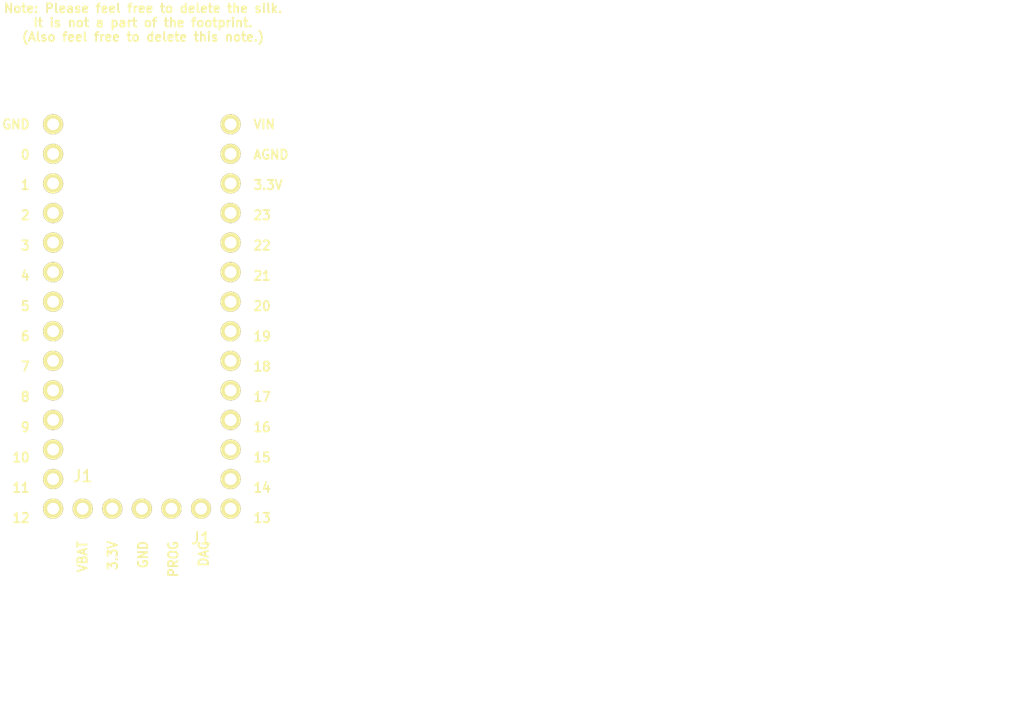
<source format=kicad_pcb>
(kicad_pcb (version 4) (host pcbnew 4.0.5-e0-6337~49~ubuntu16.04.1)

  (general
    (links 0)
    (no_connects 3)
    (area 90.895714 61.595 178.510001 123.265001)
    (thickness 1.6)
    (drawings 21)
    (tracks 0)
    (zones 0)
    (modules 1)
    (nets 3)
  )

  (page USLetter)
  (title_block
    (company "Released under the CERN Open Hardware License v1.2")
    (comment 1 "jenner@wickerbox.net - http://wickerbox.net")
    (comment 2 "Designed by Jenner at Wickerbox Electronics")
  )

  (layers
    (0 F.Cu signal)
    (31 B.Cu signal)
    (34 B.Paste user)
    (35 F.Paste user)
    (36 B.SilkS user)
    (37 F.SilkS user)
    (38 B.Mask user)
    (39 F.Mask user)
    (44 Edge.Cuts user)
    (46 B.CrtYd user)
    (47 F.CrtYd user)
    (48 B.Fab user)
    (49 F.Fab user)
  )

  (setup
    (last_trace_width 0.254)
    (user_trace_width 0.1524)
    (user_trace_width 0.254)
    (user_trace_width 0.3302)
    (user_trace_width 0.508)
    (user_trace_width 0.762)
    (user_trace_width 1.27)
    (trace_clearance 0.254)
    (zone_clearance 0.508)
    (zone_45_only no)
    (trace_min 0.1524)
    (segment_width 0.1524)
    (edge_width 0.1524)
    (via_size 0.6858)
    (via_drill 0.3302)
    (via_min_size 0.6858)
    (via_min_drill 0.3302)
    (user_via 0.6858 0.3302)
    (user_via 0.762 0.4064)
    (user_via 0.8636 0.508)
    (uvia_size 0.6858)
    (uvia_drill 0.3302)
    (uvias_allowed no)
    (uvia_min_size 0)
    (uvia_min_drill 0)
    (pcb_text_width 0.1524)
    (pcb_text_size 1.016 1.016)
    (mod_edge_width 0.1524)
    (mod_text_size 1.016 1.016)
    (mod_text_width 0.1524)
    (pad_size 1.524 1.524)
    (pad_drill 0.762)
    (pad_to_mask_clearance 0.0762)
    (solder_mask_min_width 0.1016)
    (pad_to_paste_clearance -0.0762)
    (aux_axis_origin 0 0)
    (visible_elements FFFEDF7D)
    (pcbplotparams
      (layerselection 0x310fc_80000001)
      (usegerberextensions true)
      (excludeedgelayer true)
      (linewidth 0.100000)
      (plotframeref false)
      (viasonmask false)
      (mode 1)
      (useauxorigin false)
      (hpglpennumber 1)
      (hpglpenspeed 20)
      (hpglpendiameter 15)
      (hpglpenoverlay 2)
      (psnegative false)
      (psa4output false)
      (plotreference true)
      (plotvalue true)
      (plotinvisibletext false)
      (padsonsilk false)
      (subtractmaskfromsilk false)
      (outputformat 1)
      (mirror false)
      (drillshape 0)
      (scaleselection 1)
      (outputdirectory gerbers))
  )

  (net 0 "")
  (net 1 GND)
  (net 2 +3V3)

  (net_class Default "This is the default net class."
    (clearance 0.254)
    (trace_width 0.254)
    (via_dia 0.6858)
    (via_drill 0.3302)
    (uvia_dia 0.6858)
    (uvia_drill 0.3302)
    (add_net +3V3)
    (add_net GND)
  )

  (module Wickerlib:TEENSY-3.2-NOSILK (layer F.Cu) (tedit 59936670) (tstamp 5993DC96)
    (at 102.3874 87.9856)
    (path /57382FA4)
    (fp_text reference J1 (at 0 -0.127) (layer F.Fab)
      (effects (font (size 1 1) (thickness 0.15)))
    )
    (fp_text value TEENSY3.2-72MHz (at 0.381 14.732) (layer F.Fab) hide
      (effects (font (size 1 1) (thickness 0.15)))
    )
    (fp_text user %R (at -4.699 14.478) (layer F.SilkS)
      (effects (font (size 1 1) (thickness 0.15)))
    )
    (fp_line (start 2.921 -15.088) (end 2.921 -17.088) (layer F.Fab) (width 0.05))
    (fp_line (start -1.579 -15.088) (end 2.921 -15.088) (layer F.Fab) (width 0.05))
    (fp_line (start -1.579 -17.088) (end -1.579 -15.088) (layer F.Fab) (width 0.05))
    (fp_line (start -8.579 18.412) (end 9.421 18.412) (layer F.Fab) (width 0.05))
    (fp_line (start -8.579 -17.088) (end -8.579 18.412) (layer F.Fab) (width 0.05))
    (fp_line (start 9.421 -17.088) (end -8.579 -17.088) (layer F.Fab) (width 0.05))
    (fp_line (start 9.421 18.412) (end 9.421 -17.088) (layer F.Fab) (width 0.05))
    (fp_text user %R (at 5.461 19.812) (layer F.SilkS)
      (effects (font (size 1 1) (thickness 0.15)))
    )
    (fp_line (start -8.509 18.542) (end 9.271 18.542) (layer F.CrtYd) (width 0.1524))
    (fp_line (start -8.509 -17.018) (end -8.509 18.542) (layer F.CrtYd) (width 0.1524))
    (fp_line (start 9.271 -17.018) (end -8.509 -17.018) (layer F.CrtYd) (width 0.1524))
    (fp_line (start 9.271 18.542) (end 9.271 -17.018) (layer F.CrtYd) (width 0.1524))
    (pad G1 thru_hole circle (at -7.239 -15.748) (size 1.7272 1.7272) (drill 1.016) (layers *.Cu *.Mask F.SilkS)
      (net 1 GND))
    (pad 0 thru_hole circle (at -7.239 -13.208) (size 1.7272 1.7272) (drill 1.016) (layers *.Cu *.Mask F.SilkS))
    (pad 1 thru_hole circle (at -7.239 -10.668) (size 1.7272 1.7272) (drill 1.016) (layers *.Cu *.Mask F.SilkS))
    (pad 2 thru_hole circle (at -7.239 -8.128) (size 1.7272 1.7272) (drill 1.016) (layers *.Cu *.Mask F.SilkS))
    (pad 3 thru_hole circle (at -7.239 -5.588) (size 1.7272 1.7272) (drill 1.016) (layers *.Cu *.Mask F.SilkS))
    (pad 4 thru_hole circle (at -7.239 -3.048) (size 1.7272 1.7272) (drill 1.016) (layers *.Cu *.Mask F.SilkS))
    (pad 5 thru_hole circle (at -7.239 -0.508) (size 1.7272 1.7272) (drill 1.016) (layers *.Cu *.Mask F.SilkS))
    (pad 6 thru_hole circle (at -7.239 2.032) (size 1.7272 1.7272) (drill 1.016) (layers *.Cu *.Mask F.SilkS))
    (pad 7 thru_hole circle (at -7.239 4.572) (size 1.7272 1.7272) (drill 1.016) (layers *.Cu *.Mask F.SilkS))
    (pad 8 thru_hole circle (at -7.239 7.112) (size 1.7272 1.7272) (drill 1.016) (layers *.Cu *.Mask F.SilkS))
    (pad 9 thru_hole circle (at -7.239 9.652) (size 1.7272 1.7272) (drill 1.016) (layers *.Cu *.Mask F.SilkS))
    (pad 10 thru_hole circle (at -7.239 12.192) (size 1.7272 1.7272) (drill 1.016) (layers *.Cu *.Mask F.SilkS))
    (pad 11 thru_hole circle (at -7.239 14.732) (size 1.7272 1.7272) (drill 1.016) (layers *.Cu *.Mask F.SilkS))
    (pad 12 thru_hole circle (at -7.239 17.272) (size 1.7272 1.7272) (drill 1.016) (layers *.Cu *.Mask F.SilkS))
    (pad VBAT thru_hole circle (at -4.699 17.272) (size 1.7272 1.7272) (drill 1.016) (layers *.Cu *.Mask F.SilkS))
    (pad 3V1 thru_hole circle (at -2.159 17.272) (size 1.7272 1.7272) (drill 1.016) (layers *.Cu *.Mask F.SilkS)
      (net 2 +3V3))
    (pad G2 thru_hole circle (at 0.381 17.272) (size 1.7272 1.7272) (drill 1.016) (layers *.Cu *.Mask F.SilkS)
      (net 1 GND))
    (pad PGM thru_hole circle (at 2.921 17.272) (size 1.7272 1.7272) (drill 1.016) (layers *.Cu *.Mask F.SilkS))
    (pad DAC thru_hole circle (at 5.461 17.272) (size 1.7272 1.7272) (drill 1.016) (layers *.Cu *.Mask F.SilkS))
    (pad 13 thru_hole circle (at 8.001 17.272) (size 1.7272 1.7272) (drill 1.016) (layers *.Cu *.Mask F.SilkS))
    (pad 16 thru_hole circle (at 8.001 9.652) (size 1.7272 1.7272) (drill 1.016) (layers *.Cu *.Mask F.SilkS))
    (pad 3V2 thru_hole circle (at 8.001 -10.668) (size 1.7272 1.7272) (drill 1.016) (layers *.Cu *.Mask F.SilkS)
      (net 2 +3V3))
    (pad 18 thru_hole circle (at 8.001 4.572) (size 1.7272 1.7272) (drill 1.016) (layers *.Cu *.Mask F.SilkS))
    (pad 17 thru_hole circle (at 8.001 7.112) (size 1.7272 1.7272) (drill 1.016) (layers *.Cu *.Mask F.SilkS))
    (pad AG thru_hole circle (at 8.001 -13.208) (size 1.7272 1.7272) (drill 1.016) (layers *.Cu *.Mask F.SilkS)
      (net 1 GND))
    (pad 22 thru_hole circle (at 8.001 -5.588) (size 1.7272 1.7272) (drill 1.016) (layers *.Cu *.Mask F.SilkS))
    (pad VIN thru_hole circle (at 8.001 -15.748) (size 1.7272 1.7272) (drill 1.016) (layers *.Cu *.Mask F.SilkS))
    (pad 21 thru_hole circle (at 8.001 -3.048) (size 1.7272 1.7272) (drill 1.016) (layers *.Cu *.Mask F.SilkS))
    (pad 20 thru_hole circle (at 8.001 -0.508) (size 1.7272 1.7272) (drill 1.016) (layers *.Cu *.Mask F.SilkS))
    (pad 19 thru_hole circle (at 8.001 2.032) (size 1.7272 1.7272) (drill 1.016) (layers *.Cu *.Mask F.SilkS))
    (pad 23 thru_hole circle (at 8.001 -8.128) (size 1.7272 1.7272) (drill 1.016) (layers *.Cu *.Mask F.SilkS))
    (pad 14 thru_hole circle (at 8.001 14.732) (size 1.7272 1.7272) (drill 1.016) (layers *.Cu *.Mask F.SilkS))
    (pad 15 thru_hole circle (at 8.001 12.192) (size 1.7272 1.7272) (drill 1.016) (layers *.Cu *.Mask F.SilkS))
  )

  (gr_text "Note: Please feel free to delete the silk.\nIt is not a part of the footprint.\n(Also feel free to delete this note.)" (at 102.87 63.5) (layer F.SilkS)
    (effects (font (size 0.762 0.762) (thickness 0.1524)))
  )
  (gr_text "VIN\n\nAGND\n\n3.3V\n\n23\n\n22\n\n21\n\n20\n\n19\n\n18\n\n17\n\n16\n\n15\n\n14\n\n13\n" (at 112.268 89.154) (layer F.SilkS)
    (effects (font (size 0.80772 0.762) (thickness 0.1524)) (justify left))
  )
  (gr_text "GND\n\n0\n\n1\n\n2\n\n3\n\n4\n\n5\n\n6\n\n7\n\n8\n\n9\n\n10\n\n11\n\n12" (at 93.218 89.154) (layer F.SilkS) (tstamp 5737A2C9)
    (effects (font (size 0.80772 0.762) (thickness 0.1524)) (justify right))
  )
  (gr_text "VBAT\n\n3.3V\n\nGND\n\nPROG\n\nDAC" (at 102.87 107.95 90) (layer F.SilkS) (tstamp 5737A2FF)
    (effects (font (size 0.80772 0.762) (thickness 0.1524)) (justify right))
  )
  (gr_circle (center 117.348 76.962) (end 118.618 76.962) (layer Dwgs.User) (width 0.15))
  (gr_line (start 114.427 78.994) (end 114.427 74.93) (angle 90) (layer Dwgs.User) (width 0.15))
  (gr_line (start 120.269 78.994) (end 114.427 78.994) (angle 90) (layer Dwgs.User) (width 0.15))
  (gr_line (start 120.269 74.93) (end 120.269 78.994) (angle 90) (layer Dwgs.User) (width 0.15))
  (gr_line (start 114.427 74.93) (end 120.269 74.93) (angle 90) (layer Dwgs.User) (width 0.15))
  (gr_line (start 120.523 93.98) (end 104.648 93.98) (angle 90) (layer Dwgs.User) (width 0.15))
  (gr_line (start 173.355 102.235) (end 173.355 94.615) (angle 90) (layer Dwgs.User) (width 0.15))
  (gr_line (start 178.435 102.235) (end 173.355 102.235) (angle 90) (layer Dwgs.User) (width 0.15))
  (gr_line (start 178.435 94.615) (end 178.435 102.235) (angle 90) (layer Dwgs.User) (width 0.15))
  (gr_line (start 173.355 94.615) (end 178.435 94.615) (angle 90) (layer Dwgs.User) (width 0.15))
  (gr_line (start 109.093 123.19) (end 109.093 114.3) (angle 90) (layer Dwgs.User) (width 0.15))
  (gr_line (start 122.428 123.19) (end 109.093 123.19) (angle 90) (layer Dwgs.User) (width 0.15))
  (gr_line (start 122.428 114.3) (end 122.428 123.19) (angle 90) (layer Dwgs.User) (width 0.15))
  (gr_line (start 109.093 114.3) (end 122.428 114.3) (angle 90) (layer Dwgs.User) (width 0.15))
  (gr_line (start 104.648 93.98) (end 104.648 82.55) (angle 90) (layer Dwgs.User) (width 0.15))
  (gr_line (start 120.523 82.55) (end 120.523 93.98) (angle 90) (layer Dwgs.User) (width 0.15))
  (gr_line (start 104.648 82.55) (end 120.523 82.55) (angle 90) (layer Dwgs.User) (width 0.15))

)

</source>
